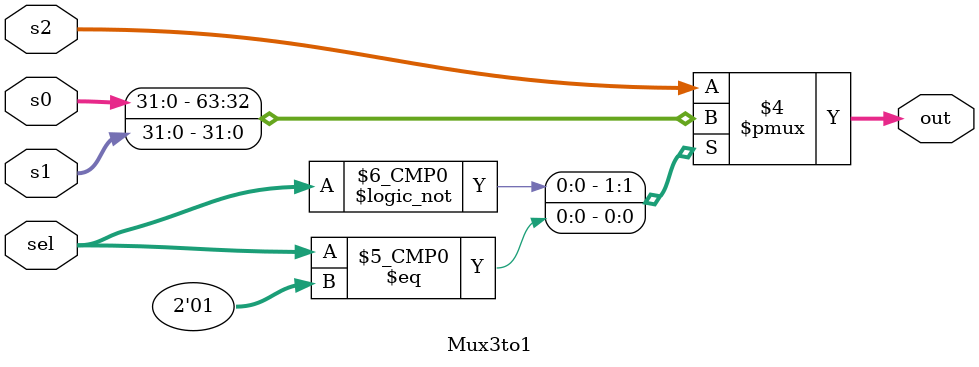
<source format=v>
module Mux3to1(
    input wire [31:0] s0,
    input wire [31:0] s1,
    input wire [31:0] s2,
    input wire [1:0] sel,
    output reg [31:0] out
);

    always @(*) begin
        case(sel)
            2'b00: out = s0;
            2'b01: out = s1;
            2'b10: out = s2;
            default out = s2;
        endcase
    end

endmodule

</source>
